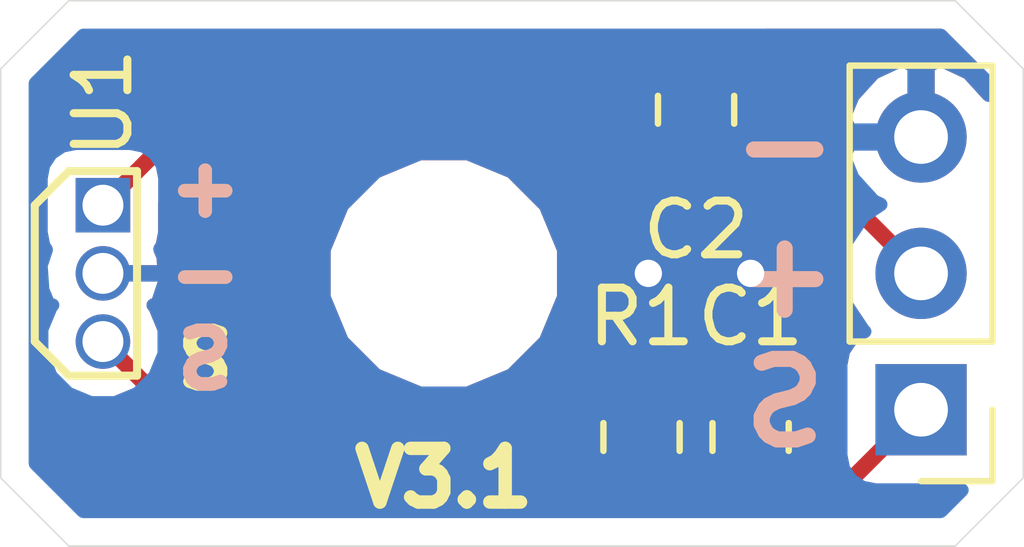
<source format=kicad_pcb>
(kicad_pcb (version 20171130) (host pcbnew "(5.0.0)")

  (general
    (thickness 1.6002)
    (drawings 12)
    (tracks 11)
    (zones 0)
    (modules 6)
    (nets 4)
  )

  (page A4)
  (layers
    (0 F.Cu signal)
    (31 B.Cu signal)
    (32 B.Adhes user hide)
    (33 F.Adhes user hide)
    (34 B.Paste user hide)
    (35 F.Paste user hide)
    (36 B.SilkS user)
    (37 F.SilkS user)
    (38 B.Mask user)
    (39 F.Mask user)
    (40 Dwgs.User user hide)
    (41 Cmts.User user hide)
    (42 Eco1.User user hide)
    (43 Eco2.User user hide)
    (44 Edge.Cuts user)
    (45 Margin user hide)
    (46 B.CrtYd user hide)
    (47 F.CrtYd user hide)
    (48 B.Fab user hide)
    (49 F.Fab user hide)
  )

  (setup
    (last_trace_width 0.3048)
    (trace_clearance 0.1524)
    (zone_clearance 0.508)
    (zone_45_only no)
    (trace_min 0.1524)
    (segment_width 0.2)
    (edge_width 0.0254)
    (via_size 0.889)
    (via_drill 0.508)
    (via_min_size 0.508)
    (via_min_drill 0.254)
    (uvia_size 0.6858)
    (uvia_drill 0.3302)
    (uvias_allowed no)
    (uvia_min_size 0.2)
    (uvia_min_drill 0.1)
    (pcb_text_width 0.3)
    (pcb_text_size 1.5 1.5)
    (mod_edge_width 0.15)
    (mod_text_size 1 1)
    (mod_text_width 0.15)
    (pad_size 3.2 3.2)
    (pad_drill 3.2)
    (pad_to_mask_clearance 0.0508)
    (aux_axis_origin 0 0)
    (visible_elements 7FFFFFFF)
    (pcbplotparams
      (layerselection 0x010fc_ffffffff)
      (usegerberextensions false)
      (usegerberattributes false)
      (usegerberadvancedattributes false)
      (creategerberjobfile false)
      (excludeedgelayer true)
      (linewidth 0.100000)
      (plotframeref false)
      (viasonmask false)
      (mode 1)
      (useauxorigin false)
      (hpglpennumber 1)
      (hpglpenspeed 20)
      (hpglpendiameter 15.000000)
      (psnegative false)
      (psa4output false)
      (plotreference true)
      (plotvalue true)
      (plotinvisibletext false)
      (padsonsilk false)
      (subtractmaskfromsilk false)
      (outputformat 1)
      (mirror false)
      (drillshape 1)
      (scaleselection 1)
      (outputdirectory ""))
  )

  (net 0 "")
  (net 1 /VOUT)
  (net 2 /GND)
  (net 3 /VCC)

  (net_class Default "This is the default net class."
    (clearance 0.1524)
    (trace_width 0.3048)
    (via_dia 0.889)
    (via_drill 0.508)
    (uvia_dia 0.6858)
    (uvia_drill 0.3302)
    (diff_pair_gap 0.0254)
    (diff_pair_width 0.2032)
    (add_net /GND)
    (add_net /VCC)
    (add_net /VOUT)
  )

  (net_class EDGE ""
    (clearance 0.1524)
    (trace_width 0.1524)
    (via_dia 0.889)
    (via_drill 0.508)
    (uvia_dia 0.6858)
    (uvia_drill 0.3302)
    (diff_pair_gap 0.0254)
    (diff_pair_width 0.2032)
  )

  (module Capacitor_SMD:C_0805_2012Metric (layer F.Cu) (tedit 5B36C52B) (tstamp 5BF66F1F)
    (at 160.02 104.648 90)
    (descr "Capacitor SMD 0805 (2012 Metric), square (rectangular) end terminal, IPC_7351 nominal, (Body size source: https://docs.google.com/spreadsheets/d/1BsfQQcO9C6DZCsRaXUlFlo91Tg2WpOkGARC1WS5S8t0/edit?usp=sharing), generated with kicad-footprint-generator")
    (tags capacitor)
    (path /5BC5F737)
    (attr smd)
    (fp_text reference C1 (at 2.2375 0 -180) (layer F.SilkS)
      (effects (font (size 1 1) (thickness 0.15)))
    )
    (fp_text value 4.7nF (at 0 1.65 90) (layer F.Fab)
      (effects (font (size 1 1) (thickness 0.15)))
    )
    (fp_text user %R (at 0 0 90) (layer F.Fab)
      (effects (font (size 0.5 0.5) (thickness 0.08)))
    )
    (fp_line (start 1.68 0.95) (end -1.68 0.95) (layer F.CrtYd) (width 0.05))
    (fp_line (start 1.68 -0.95) (end 1.68 0.95) (layer F.CrtYd) (width 0.05))
    (fp_line (start -1.68 -0.95) (end 1.68 -0.95) (layer F.CrtYd) (width 0.05))
    (fp_line (start -1.68 0.95) (end -1.68 -0.95) (layer F.CrtYd) (width 0.05))
    (fp_line (start -0.258578 0.71) (end 0.258578 0.71) (layer F.SilkS) (width 0.12))
    (fp_line (start -0.258578 -0.71) (end 0.258578 -0.71) (layer F.SilkS) (width 0.12))
    (fp_line (start 1 0.6) (end -1 0.6) (layer F.Fab) (width 0.1))
    (fp_line (start 1 -0.6) (end 1 0.6) (layer F.Fab) (width 0.1))
    (fp_line (start -1 -0.6) (end 1 -0.6) (layer F.Fab) (width 0.1))
    (fp_line (start -1 0.6) (end -1 -0.6) (layer F.Fab) (width 0.1))
    (pad 2 smd roundrect (at 0.9375 0 90) (size 0.975 1.4) (layers F.Cu F.Paste F.Mask) (roundrect_rratio 0.25)
      (net 2 /GND))
    (pad 1 smd roundrect (at -0.9375 0 90) (size 0.975 1.4) (layers F.Cu F.Paste F.Mask) (roundrect_rratio 0.25)
      (net 1 /VOUT))
    (model ${KISYS3DMOD}/Capacitor_SMD.3dshapes/C_0805_2012Metric.wrl
      (at (xyz 0 0 0))
      (scale (xyz 1 1 1))
      (rotate (xyz 0 0 0))
    )
  )

  (module Capacitor_SMD:C_0805_2012Metric (layer F.Cu) (tedit 5B36C52B) (tstamp 5BD23C4C)
    (at 159.004 98.552 270)
    (descr "Capacitor SMD 0805 (2012 Metric), square (rectangular) end terminal, IPC_7351 nominal, (Body size source: https://docs.google.com/spreadsheets/d/1BsfQQcO9C6DZCsRaXUlFlo91Tg2WpOkGARC1WS5S8t0/edit?usp=sharing), generated with kicad-footprint-generator")
    (tags capacitor)
    (path /5BC5F7CF)
    (attr smd)
    (fp_text reference C2 (at 2.2375 0) (layer F.SilkS)
      (effects (font (size 1 1) (thickness 0.15)))
    )
    (fp_text value .1uF (at 0 1.65 270) (layer F.Fab)
      (effects (font (size 1 1) (thickness 0.15)))
    )
    (fp_text user %R (at 0 0 270) (layer F.Fab)
      (effects (font (size 0.5 0.5) (thickness 0.08)))
    )
    (fp_line (start 1.68 0.95) (end -1.68 0.95) (layer F.CrtYd) (width 0.05))
    (fp_line (start 1.68 -0.95) (end 1.68 0.95) (layer F.CrtYd) (width 0.05))
    (fp_line (start -1.68 -0.95) (end 1.68 -0.95) (layer F.CrtYd) (width 0.05))
    (fp_line (start -1.68 0.95) (end -1.68 -0.95) (layer F.CrtYd) (width 0.05))
    (fp_line (start -0.258578 0.71) (end 0.258578 0.71) (layer F.SilkS) (width 0.12))
    (fp_line (start -0.258578 -0.71) (end 0.258578 -0.71) (layer F.SilkS) (width 0.12))
    (fp_line (start 1 0.6) (end -1 0.6) (layer F.Fab) (width 0.1))
    (fp_line (start 1 -0.6) (end 1 0.6) (layer F.Fab) (width 0.1))
    (fp_line (start -1 -0.6) (end 1 -0.6) (layer F.Fab) (width 0.1))
    (fp_line (start -1 0.6) (end -1 -0.6) (layer F.Fab) (width 0.1))
    (pad 2 smd roundrect (at 0.9375 0 270) (size 0.975 1.4) (layers F.Cu F.Paste F.Mask) (roundrect_rratio 0.25)
      (net 2 /GND))
    (pad 1 smd roundrect (at -0.9375 0 270) (size 0.975 1.4) (layers F.Cu F.Paste F.Mask) (roundrect_rratio 0.25)
      (net 3 /VCC))
    (model ${KISYS3DMOD}/Capacitor_SMD.3dshapes/C_0805_2012Metric.wrl
      (at (xyz 0 0 0))
      (scale (xyz 1 1 1))
      (rotate (xyz 0 0 0))
    )
  )

  (module Connector_PinHeader_2.54mm:PinHeader_1x03_P2.54mm_Vertical (layer F.Cu) (tedit 5BC606F2) (tstamp 5BD23CBE)
    (at 163.195 104.14 180)
    (descr "Through hole straight pin header, 1x03, 2.54mm pitch, single row")
    (tags "Through hole pin header THT 1x03 2.54mm single row")
    (path /5BC5F856)
    (fp_text reference J1 (at 0 -2.33 180) (layer Cmts.User)
      (effects (font (size 1 1) (thickness 0.15)))
    )
    (fp_text value Conn_01x03_Male (at 0 7.41 180) (layer F.Fab)
      (effects (font (size 1 1) (thickness 0.15)))
    )
    (fp_text user %R (at 0 2.54 270) (layer F.Fab)
      (effects (font (size 1 1) (thickness 0.15)))
    )
    (fp_line (start 1.8 -1.8) (end -1.8 -1.8) (layer F.CrtYd) (width 0.05))
    (fp_line (start 1.8 6.85) (end 1.8 -1.8) (layer F.CrtYd) (width 0.05))
    (fp_line (start -1.8 6.85) (end 1.8 6.85) (layer F.CrtYd) (width 0.05))
    (fp_line (start -1.8 -1.8) (end -1.8 6.85) (layer F.CrtYd) (width 0.05))
    (fp_line (start -1.33 -1.33) (end 0 -1.33) (layer F.SilkS) (width 0.12))
    (fp_line (start -1.33 0) (end -1.33 -1.33) (layer F.SilkS) (width 0.12))
    (fp_line (start -1.33 1.27) (end 1.33 1.27) (layer F.SilkS) (width 0.12))
    (fp_line (start 1.33 1.27) (end 1.33 6.41) (layer F.SilkS) (width 0.12))
    (fp_line (start -1.33 1.27) (end -1.33 6.41) (layer F.SilkS) (width 0.12))
    (fp_line (start -1.33 6.41) (end 1.33 6.41) (layer F.SilkS) (width 0.12))
    (fp_line (start -1.27 -0.635) (end -0.635 -1.27) (layer F.Fab) (width 0.1))
    (fp_line (start -1.27 6.35) (end -1.27 -0.635) (layer F.Fab) (width 0.1))
    (fp_line (start 1.27 6.35) (end -1.27 6.35) (layer F.Fab) (width 0.1))
    (fp_line (start 1.27 -1.27) (end 1.27 6.35) (layer F.Fab) (width 0.1))
    (fp_line (start -0.635 -1.27) (end 1.27 -1.27) (layer F.Fab) (width 0.1))
    (pad 3 thru_hole oval (at 0 5.08 180) (size 1.7 1.7) (drill 1) (layers *.Cu *.Mask)
      (net 2 /GND))
    (pad 2 thru_hole oval (at 0 2.54 180) (size 1.7 1.7) (drill 1) (layers *.Cu *.Mask)
      (net 3 /VCC))
    (pad 1 thru_hole rect (at 0 0 180) (size 1.7 1.7) (drill 1) (layers *.Cu *.Mask)
      (net 1 /VOUT))
  )

  (module Resistor_SMD:R_0805_2012Metric (layer F.Cu) (tedit 5B36C52B) (tstamp 5BD23CFA)
    (at 157.988 104.648 90)
    (descr "Resistor SMD 0805 (2012 Metric), square (rectangular) end terminal, IPC_7351 nominal, (Body size source: https://docs.google.com/spreadsheets/d/1BsfQQcO9C6DZCsRaXUlFlo91Tg2WpOkGARC1WS5S8t0/edit?usp=sharing), generated with kicad-footprint-generator")
    (tags resistor)
    (path /5BC5F69D)
    (attr smd)
    (fp_text reference R1 (at 2.2375 0 -180) (layer F.SilkS)
      (effects (font (size 1 1) (thickness 0.15)))
    )
    (fp_text value 4.7k (at 0 1.65 90) (layer F.Fab)
      (effects (font (size 1 1) (thickness 0.15)))
    )
    (fp_text user %R (at 0 0 90) (layer F.Fab)
      (effects (font (size 0.5 0.5) (thickness 0.08)))
    )
    (fp_line (start 1.68 0.95) (end -1.68 0.95) (layer F.CrtYd) (width 0.05))
    (fp_line (start 1.68 -0.95) (end 1.68 0.95) (layer F.CrtYd) (width 0.05))
    (fp_line (start -1.68 -0.95) (end 1.68 -0.95) (layer F.CrtYd) (width 0.05))
    (fp_line (start -1.68 0.95) (end -1.68 -0.95) (layer F.CrtYd) (width 0.05))
    (fp_line (start -0.258578 0.71) (end 0.258578 0.71) (layer F.SilkS) (width 0.12))
    (fp_line (start -0.258578 -0.71) (end 0.258578 -0.71) (layer F.SilkS) (width 0.12))
    (fp_line (start 1 0.6) (end -1 0.6) (layer F.Fab) (width 0.1))
    (fp_line (start 1 -0.6) (end 1 0.6) (layer F.Fab) (width 0.1))
    (fp_line (start -1 -0.6) (end 1 -0.6) (layer F.Fab) (width 0.1))
    (fp_line (start -1 0.6) (end -1 -0.6) (layer F.Fab) (width 0.1))
    (pad 2 smd roundrect (at 0.9375 0 90) (size 0.975 1.4) (layers F.Cu F.Paste F.Mask) (roundrect_rratio 0.25)
      (net 2 /GND))
    (pad 1 smd roundrect (at -0.9375 0 90) (size 0.975 1.4) (layers F.Cu F.Paste F.Mask) (roundrect_rratio 0.25)
      (net 1 /VOUT))
    (model ${KISYS3DMOD}/Resistor_SMD.3dshapes/R_0805_2012Metric.wrl
      (at (xyz 0 0 0))
      (scale (xyz 1 1 1))
      (rotate (xyz 0 0 0))
    )
  )

  (module MountingHole:MountingHole_3.2mm_M3 (layer F.Cu) (tedit 5BC606F6) (tstamp 5BF66EE7)
    (at 154.305 101.6)
    (descr "Mounting Hole 3.2mm, no annular, M3")
    (tags "mounting hole 3.2mm no annular m3")
    (attr virtual)
    (fp_text reference REF** (at 0 -4.2) (layer Cmts.User)
      (effects (font (size 1 1) (thickness 0.15)))
    )
    (fp_text value MountingHole_3.2mm_M3 (at 0 4.2) (layer F.Fab)
      (effects (font (size 1 1) (thickness 0.15)))
    )
    (fp_circle (center 0 0) (end 3.45 0) (layer F.CrtYd) (width 0.05))
    (fp_circle (center 0 0) (end 3.2 0) (layer Cmts.User) (width 0.15))
    (fp_text user %R (at 0.3 0) (layer F.Fab)
      (effects (font (size 1 1) (thickness 0.15)))
    )
    (pad 1 np_thru_hole circle (at 0 0) (size 3.2 3.2) (drill 3.2) (layers *.Cu *.Mask))
  )

  (module AndrewLibModules:3-SSIP (layer F.Cu) (tedit 5BC603AC) (tstamp 5BF66E1D)
    (at 147.955 101.6 270)
    (path /5BC5F5BE)
    (fp_text reference U1 (at -3.175 0 270) (layer F.SilkS)
      (effects (font (size 1 1) (thickness 0.15)))
    )
    (fp_text value A1308KUA-2-T (at 0 -1.905 270) (layer F.Fab)
      (effects (font (size 1 1) (thickness 0.15)))
    )
    (fp_line (start -1.905 0.635) (end -1.27 1.27) (layer F.SilkS) (width 0.15))
    (fp_line (start -1.27 1.27) (end 1.27 1.27) (layer F.SilkS) (width 0.15))
    (fp_line (start 1.27 1.27) (end 1.905 0.635) (layer F.SilkS) (width 0.15))
    (fp_line (start -1.905 0.635) (end -1.905 -0.635) (layer F.SilkS) (width 0.15))
    (fp_line (start 1.905 -0.635) (end -1.905 -0.635) (layer F.SilkS) (width 0.15))
    (fp_line (start 1.905 -0.635) (end 1.905 0.635) (layer F.SilkS) (width 0.15))
    (pad 3 thru_hole circle (at 1.27 0 270) (size 1.016 1.016) (drill 0.762) (layers *.Cu *.Mask)
      (net 1 /VOUT))
    (pad 2 thru_hole circle (at 0 0 270) (size 1.016 1.016) (drill 0.762) (layers *.Cu *.Mask)
      (net 2 /GND))
    (pad 1 thru_hole rect (at -1.27 0 270) (size 1.016 1.016) (drill 0.762) (layers *.Cu *.Mask)
      (net 3 /VCC))
    (model C:/Users/ThatOtherGuy/kicad/andrew/AndrewLibModules.pretty/3dmodels/A1309-KUA-2-T.stp
      (at (xyz 0 0 0))
      (scale (xyz 1 1 1))
      (rotate (xyz 0 0 0))
    )
  )

  (gr_text V3.1 (at 154.305 105.41) (layer F.SilkS) (tstamp 5BD9FF9B)
    (effects (font (size 1 1) (thickness 0.25)))
  )
  (gr_text "-\n+\nS" (at 160.655 101.6) (layer B.SilkS)
    (effects (font (size 1.5 1.5) (thickness 0.3)) (justify mirror))
  )
  (gr_text "+\n-\nS" (at 149.86 101.6) (layer B.SilkS) (tstamp 5BD9FE6F)
    (effects (font (size 1 1) (thickness 0.25)) (justify mirror))
  )
  (gr_text "+\n-\nS" (at 149.86 101.6) (layer F.SilkS)
    (effects (font (size 1 1) (thickness 0.25)))
  )
  (gr_line (start 146.05 97.79) (end 147.32 96.52) (layer Edge.Cuts) (width 0.0254))
  (gr_line (start 146.05 105.41) (end 146.05 97.79) (layer Edge.Cuts) (width 0.0254))
  (gr_line (start 147.32 106.68) (end 146.05 105.41) (layer Edge.Cuts) (width 0.0254))
  (gr_line (start 163.83 106.68) (end 147.32 106.68) (layer Edge.Cuts) (width 0.0254))
  (gr_line (start 165.1 105.41) (end 163.83 106.68) (layer Edge.Cuts) (width 0.0254))
  (gr_line (start 165.1 97.79) (end 165.1 105.41) (layer Edge.Cuts) (width 0.0254))
  (gr_line (start 163.83 96.52) (end 165.1 97.79) (layer Edge.Cuts) (width 0.0254))
  (gr_line (start 147.32 96.52) (end 163.83 96.52) (layer Edge.Cuts) (width 0.0254))

  (segment (start 161.7495 105.5855) (end 163.195 104.14) (width 0.3048) (layer F.Cu) (net 1))
  (segment (start 147.955 102.87) (end 150.6705 105.5855) (width 0.3048) (layer F.Cu) (net 1))
  (segment (start 150.6705 105.5855) (end 161.7495 105.5855) (width 0.3048) (layer F.Cu) (net 1))
  (segment (start 147.955 101.6) (end 149.86 101.6) (width 0.3048) (layer B.Cu) (net 2))
  (segment (start 147.955 101.6) (end 149.86 101.6) (width 0.3048) (layer F.Cu) (net 2))
  (via (at 158.115 101.6) (size 0.889) (drill 0.508) (layers F.Cu B.Cu) (net 2))
  (via (at 160.02 101.6) (size 0.889) (drill 0.508) (layers F.Cu B.Cu) (net 2))
  (segment (start 147.955 100.33) (end 150.6705 97.6145) (width 0.3048) (layer F.Cu) (net 3))
  (segment (start 150.6705 97.6145) (end 159.004 97.6145) (width 0.3048) (layer F.Cu) (net 3))
  (segment (start 159.2095 97.6145) (end 159.004 97.6145) (width 0.3048) (layer F.Cu) (net 3))
  (segment (start 163.195 101.6) (end 159.2095 97.6145) (width 0.3048) (layer F.Cu) (net 3))

  (zone (net 2) (net_name /GND) (layer F.Cu) (tstamp 5BF67B35) (hatch edge 0.508)
    (connect_pads (clearance 0.508))
    (min_thickness 0.254)
    (fill yes (arc_segments 16) (thermal_gap 0.508) (thermal_bridge_width 0.508))
    (polygon
      (pts
        (xy 165.1 96.52) (xy 146.05 96.52) (xy 146.05 106.68) (xy 165.1 106.68)
      )
    )
    (filled_polygon
      (pts
        (xy 157.917584 98.488416) (xy 157.918767 98.489207) (xy 157.765673 98.642302) (xy 157.669 98.875691) (xy 157.669 99.20375)
        (xy 157.82775 99.3625) (xy 158.877 99.3625) (xy 158.877 99.3425) (xy 159.131 99.3425) (xy 159.131 99.3625)
        (xy 159.151 99.3625) (xy 159.151 99.6165) (xy 159.131 99.6165) (xy 159.131 100.45325) (xy 159.28975 100.612)
        (xy 159.83031 100.612) (xy 160.063699 100.515327) (xy 160.242327 100.336698) (xy 160.339 100.103309) (xy 160.339 99.857551)
        (xy 161.747362 101.265913) (xy 161.680908 101.6) (xy 161.796161 102.179418) (xy 162.124375 102.670625) (xy 162.142619 102.682816)
        (xy 162.097235 102.691843) (xy 161.887191 102.832191) (xy 161.746843 103.042235) (xy 161.69756 103.29) (xy 161.69756 104.523889)
        (xy 161.423349 104.7981) (xy 161.164224 104.7981) (xy 161.106416 104.711584) (xy 161.105233 104.710793) (xy 161.258327 104.557698)
        (xy 161.355 104.324309) (xy 161.355 103.99625) (xy 161.19625 103.8375) (xy 160.147 103.8375) (xy 160.147 103.8575)
        (xy 159.893 103.8575) (xy 159.893 103.8375) (xy 158.115 103.8375) (xy 158.115 103.8575) (xy 157.861 103.8575)
        (xy 157.861 103.8375) (xy 156.81175 103.8375) (xy 156.653 103.99625) (xy 156.653 104.324309) (xy 156.749673 104.557698)
        (xy 156.902767 104.710793) (xy 156.901584 104.711584) (xy 156.843776 104.7981) (xy 150.996652 104.7981) (xy 149.098 102.899449)
        (xy 149.098 102.642643) (xy 148.923989 102.222542) (xy 148.892717 102.19127) (xy 148.966856 102.178176) (xy 149.111091 101.746945)
        (xy 149.079322 101.293343) (xy 149.022198 101.155431) (xy 152.07 101.155431) (xy 152.07 102.044569) (xy 152.410259 102.866026)
        (xy 153.038974 103.494741) (xy 153.860431 103.835) (xy 154.749569 103.835) (xy 155.571026 103.494741) (xy 155.969076 103.096691)
        (xy 156.653 103.096691) (xy 156.653 103.42475) (xy 156.81175 103.5835) (xy 157.861 103.5835) (xy 157.861 102.74675)
        (xy 158.115 102.74675) (xy 158.115 103.5835) (xy 159.893 103.5835) (xy 159.893 102.74675) (xy 160.147 102.74675)
        (xy 160.147 103.5835) (xy 161.19625 103.5835) (xy 161.355 103.42475) (xy 161.355 103.096691) (xy 161.258327 102.863302)
        (xy 161.079699 102.684673) (xy 160.84631 102.588) (xy 160.30575 102.588) (xy 160.147 102.74675) (xy 159.893 102.74675)
        (xy 159.73425 102.588) (xy 159.19369 102.588) (xy 159.004 102.666572) (xy 158.81431 102.588) (xy 158.27375 102.588)
        (xy 158.115 102.74675) (xy 157.861 102.74675) (xy 157.70225 102.588) (xy 157.16169 102.588) (xy 156.928301 102.684673)
        (xy 156.749673 102.863302) (xy 156.653 103.096691) (xy 155.969076 103.096691) (xy 156.199741 102.866026) (xy 156.54 102.044569)
        (xy 156.54 101.155431) (xy 156.199741 100.333974) (xy 155.641017 99.77525) (xy 157.669 99.77525) (xy 157.669 100.103309)
        (xy 157.765673 100.336698) (xy 157.944301 100.515327) (xy 158.17769 100.612) (xy 158.71825 100.612) (xy 158.877 100.45325)
        (xy 158.877 99.6165) (xy 157.82775 99.6165) (xy 157.669 99.77525) (xy 155.641017 99.77525) (xy 155.571026 99.705259)
        (xy 154.749569 99.365) (xy 153.860431 99.365) (xy 153.038974 99.705259) (xy 152.410259 100.333974) (xy 152.07 101.155431)
        (xy 149.022198 101.155431) (xy 149.019293 101.148419) (xy 149.061157 101.085765) (xy 149.11044 100.838) (xy 149.11044 100.288111)
        (xy 150.996652 98.4019) (xy 157.859776 98.4019)
      )
    )
    (filled_polygon
      (pts
        (xy 148.148748 101.585858) (xy 148.134605 101.6) (xy 148.148748 101.614143) (xy 148.03589 101.727) (xy 147.87411 101.727)
        (xy 147.761253 101.614143) (xy 147.775395 101.6) (xy 147.761253 101.585858) (xy 147.86167 101.48544) (xy 148.04833 101.48544)
      )
    )
    (filled_polygon
      (pts
        (xy 164.4523 98.058286) (xy 164.4523 98.277335) (xy 164.076358 97.864817) (xy 163.551892 97.618514) (xy 163.322 97.739181)
        (xy 163.322 98.933) (xy 163.342 98.933) (xy 163.342 99.187) (xy 163.322 99.187) (xy 163.322 99.207)
        (xy 163.068 99.207) (xy 163.068 99.187) (xy 163.048 99.187) (xy 163.048 98.933) (xy 163.068 98.933)
        (xy 163.068 97.739181) (xy 162.838108 97.618514) (xy 162.313642 97.864817) (xy 161.923355 98.293076) (xy 161.753524 98.70311)
        (xy 161.874844 98.932998) (xy 161.71 98.932998) (xy 161.71 99.001448) (xy 160.35144 97.642889) (xy 160.35144 97.37075)
        (xy 160.311051 97.1677) (xy 163.561715 97.1677)
      )
    )
  )
  (zone (net 2) (net_name /GND) (layer B.Cu) (tstamp 5BF67B32) (hatch edge 0.508)
    (connect_pads (clearance 0.508))
    (min_thickness 0.254)
    (fill yes (arc_segments 16) (thermal_gap 0.508) (thermal_bridge_width 0.508))
    (polygon
      (pts
        (xy 165.1 96.52) (xy 146.05 96.52) (xy 146.05 106.68) (xy 165.1 106.68)
      )
    )
    (filled_polygon
      (pts
        (xy 164.4523 98.058286) (xy 164.4523 98.277335) (xy 164.076358 97.864817) (xy 163.551892 97.618514) (xy 163.322 97.739181)
        (xy 163.322 98.933) (xy 163.342 98.933) (xy 163.342 99.187) (xy 163.322 99.187) (xy 163.322 99.207)
        (xy 163.068 99.207) (xy 163.068 99.187) (xy 161.874845 99.187) (xy 161.753524 99.41689) (xy 161.923355 99.826924)
        (xy 162.313642 100.255183) (xy 162.443478 100.316157) (xy 162.124375 100.529375) (xy 161.796161 101.020582) (xy 161.680908 101.6)
        (xy 161.796161 102.179418) (xy 162.124375 102.670625) (xy 162.142619 102.682816) (xy 162.097235 102.691843) (xy 161.887191 102.832191)
        (xy 161.746843 103.042235) (xy 161.69756 103.29) (xy 161.69756 104.99) (xy 161.746843 105.237765) (xy 161.887191 105.447809)
        (xy 162.097235 105.588157) (xy 162.345 105.63744) (xy 163.956575 105.63744) (xy 163.561715 106.0323) (xy 147.588286 106.0323)
        (xy 146.6977 105.141715) (xy 146.6977 101.453055) (xy 146.798909 101.453055) (xy 146.830678 101.906657) (xy 146.943144 102.178176)
        (xy 147.017283 102.19127) (xy 146.986011 102.222542) (xy 146.812 102.642643) (xy 146.812 103.097357) (xy 146.986011 103.517458)
        (xy 147.307542 103.838989) (xy 147.727643 104.013) (xy 148.182357 104.013) (xy 148.602458 103.838989) (xy 148.923989 103.517458)
        (xy 149.098 103.097357) (xy 149.098 102.642643) (xy 148.923989 102.222542) (xy 148.892717 102.19127) (xy 148.966856 102.178176)
        (xy 149.111091 101.746945) (xy 149.079322 101.293343) (xy 149.022198 101.155431) (xy 152.07 101.155431) (xy 152.07 102.044569)
        (xy 152.410259 102.866026) (xy 153.038974 103.494741) (xy 153.860431 103.835) (xy 154.749569 103.835) (xy 155.571026 103.494741)
        (xy 156.199741 102.866026) (xy 156.54 102.044569) (xy 156.54 101.155431) (xy 156.199741 100.333974) (xy 155.571026 99.705259)
        (xy 154.749569 99.365) (xy 153.860431 99.365) (xy 153.038974 99.705259) (xy 152.410259 100.333974) (xy 152.07 101.155431)
        (xy 149.022198 101.155431) (xy 149.019293 101.148419) (xy 149.061157 101.085765) (xy 149.11044 100.838) (xy 149.11044 99.822)
        (xy 149.061157 99.574235) (xy 148.920809 99.364191) (xy 148.710765 99.223843) (xy 148.463 99.17456) (xy 147.447 99.17456)
        (xy 147.199235 99.223843) (xy 146.989191 99.364191) (xy 146.848843 99.574235) (xy 146.79956 99.822) (xy 146.79956 100.838)
        (xy 146.848843 101.085765) (xy 146.897434 101.158486) (xy 146.798909 101.453055) (xy 146.6977 101.453055) (xy 146.6977 98.70311)
        (xy 161.753524 98.70311) (xy 161.874845 98.933) (xy 163.068 98.933) (xy 163.068 97.739181) (xy 162.838108 97.618514)
        (xy 162.313642 97.864817) (xy 161.923355 98.293076) (xy 161.753524 98.70311) (xy 146.6977 98.70311) (xy 146.6977 98.058285)
        (xy 147.588286 97.1677) (xy 163.561715 97.1677)
      )
    )
    (filled_polygon
      (pts
        (xy 148.148748 101.585858) (xy 148.134605 101.6) (xy 148.148748 101.614143) (xy 148.03589 101.727) (xy 147.87411 101.727)
        (xy 147.761253 101.614143) (xy 147.775395 101.6) (xy 147.761253 101.585858) (xy 147.86167 101.48544) (xy 148.04833 101.48544)
      )
    )
  )
)

</source>
